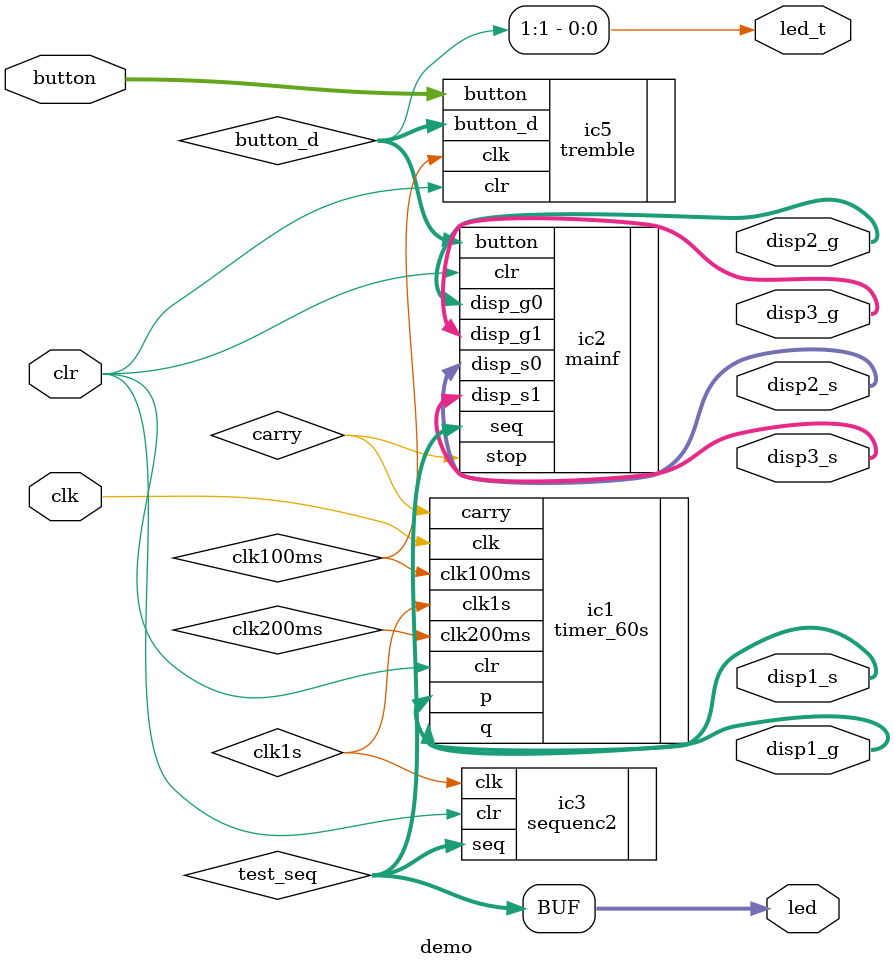
<source format=v>
module demo
	(input clk,
	 input clr,
	 input [1:0] button,
     output [6:0] disp1_s,
     output [6:0] disp1_g,
	 output [6:0] disp2_s,
     output [6:0] disp2_g,
	 output [6:0] disp3_s,
     output [6:0] disp3_g,
	 output	[1:0] led,
	 output	led_t);

wire carry;
wire clk1s;
wire	[1:0] test_seq;
reg temp;
wire clk100ms;
reg	clk2s;
wire	clk200ms;
wire	[1:0]	button_d;

//assign	led_t=button[0];//²âÊÔÑ¹Ãôµç×è

always@(posedge clk1s,negedge clr)//4s counting
     begin
        if(!clr)
			clk2s<=1'b0;
        else
            clk2s<=~clk2s; 	
     end

assign	led[0]=test_seq[0];
assign	led[1]=test_seq[1];
assign	led_t=button_d[1];
tremble	ic5(.clk(clk100ms),.button(button),.clr(clr),.button_d(button_d));//È¥¶¶Ä£¿é£¬ÊäÈë10msµÄclk,Ô­buttonÐÅºÅ£¬Êä³öÈ¥¶¶buttonÐÅºÅ
//sequenc	ic4(.clk1s(clk1s),.clr(clr),.seq(test_seq));//Ëæ»úÐòÁÐ²úÉúÄ£¿é£¬ÊäÈëclk,Êä³öÁ½Î»µÄseqÐòÁÐ
sequenc2 ic3(.clk(clk1s),.clr(clr),.seq(test_seq));//ÀûÓÃÃ«´ÌËæ»úÐòÁÐ²úÉúÄ£¿é£¬ÊäÈëclk,Êä³öÁ½Î»µÄseqÐòÁÐ¡£Ã»ÓÐÃ«´Ì¡£¡£¡£
timer_60s ic1(.clk(clk),.clr(clr),.p(disp1_s),.q(disp1_g),.carry(carry),.clk1s(clk1s),.clk100ms(clk100ms),.clk200ms(clk200ms));
//Ê±ÖÓ£¬ÊäÈëclk,clr,Êä³öÊýÂë¹Ü1£¨¸öÎ»Ê®Î»£©£¬1sÐÅºÅ
mainf ic2(.seq(test_seq),.stop(carry),.clr(clr),.button(button_d),
		 .disp_s0(disp2_s),.disp_g0(disp2_g),.disp_s1(disp3_s),.disp_g1(disp3_g));

endmodule
</source>
